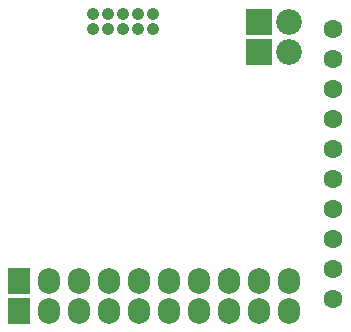
<source format=gbr>
G04 #@! TF.FileFunction,Soldermask,Bot*
%FSLAX46Y46*%
G04 Gerber Fmt 4.6, Leading zero omitted, Abs format (unit mm)*
G04 Created by KiCad (PCBNEW 0.201502111101+5414~21~ubuntu14.04.1-product) date Wed 11 Feb 2015 11:41:42 AM PST*
%MOMM*%
G01*
G04 APERTURE LIST*
%ADD10C,0.100000*%
%ADD11R,1.879600X2.184400*%
%ADD12O,1.879600X2.184400*%
%ADD13R,2.184400X2.184400*%
%ADD14O,2.184400X2.184400*%
%ADD15C,1.602400*%
%ADD16C,1.041400*%
G04 APERTURE END LIST*
D10*
D11*
X61087000Y-125476000D03*
D12*
X63627000Y-125476000D03*
X66167000Y-125476000D03*
X68707000Y-125476000D03*
X71247000Y-125476000D03*
X73787000Y-125476000D03*
X76327000Y-125476000D03*
X78867000Y-125476000D03*
X81407000Y-125476000D03*
X83947000Y-125476000D03*
D13*
X81407000Y-100965000D03*
D14*
X83947000Y-100965000D03*
D13*
X81407000Y-103505000D03*
D14*
X83947000Y-103505000D03*
D15*
X87630000Y-124460000D03*
X87630000Y-121920000D03*
X87630000Y-119380000D03*
X87630000Y-116840000D03*
X87630000Y-114300000D03*
X87630000Y-111760000D03*
X87630000Y-109220000D03*
X87630000Y-106680000D03*
X87630000Y-104140000D03*
X87630000Y-101600000D03*
D11*
X61087000Y-122936000D03*
D12*
X63627000Y-122936000D03*
X66167000Y-122936000D03*
X68707000Y-122936000D03*
X71247000Y-122936000D03*
X73787000Y-122936000D03*
X76327000Y-122936000D03*
X78867000Y-122936000D03*
X81407000Y-122936000D03*
X83947000Y-122936000D03*
D16*
X67310000Y-101600000D03*
X67310000Y-100330000D03*
X68580000Y-101600000D03*
X68580000Y-100330000D03*
X69850000Y-101600000D03*
X69850000Y-100330000D03*
X71120000Y-101600000D03*
X71120000Y-100330000D03*
X72390000Y-101600000D03*
X72390000Y-100330000D03*
M02*

</source>
